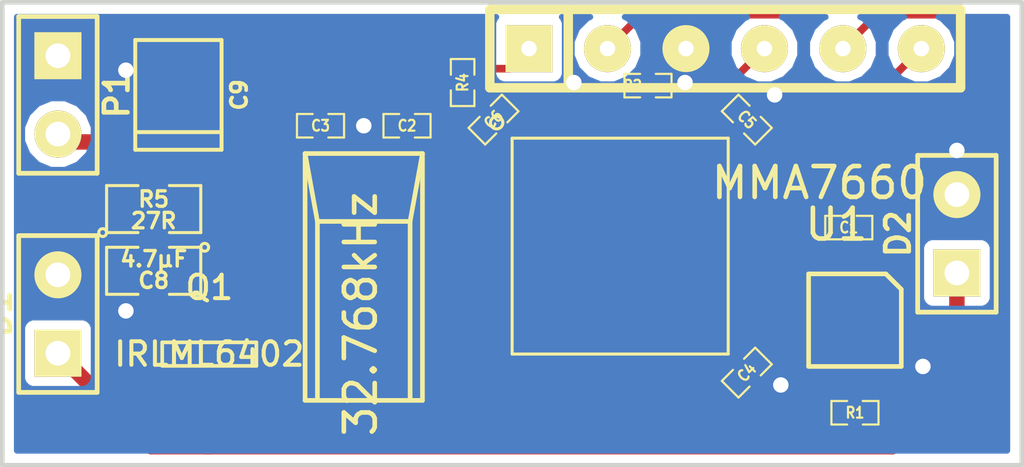
<source format=kicad_pcb>
(kicad_pcb (version 3) (host pcbnew "(2013-mar-13)-testing")

  (general
    (links 55)
    (no_connects 0)
    (area 168.2378 92.5314 202.075001 109.375)
    (thickness 1.6)
    (drawings 7)
    (tracks 204)
    (zones 0)
    (modules 20)
    (nets 44)
  )

  (page A4)
  (layers
    (15 F.Cu signal hide)
    (0 B.Cu signal)
    (16 B.Adhes user)
    (17 F.Adhes user)
    (18 B.Paste user)
    (19 F.Paste user)
    (20 B.SilkS user)
    (21 F.SilkS user hide)
    (22 B.Mask user)
    (23 F.Mask user)
    (24 Dwgs.User user)
    (25 Cmts.User user)
    (26 Eco1.User user)
    (27 Eco2.User user)
    (28 Edge.Cuts user)
  )

  (setup
    (last_trace_width 0.25)
    (user_trace_width 0.3)
    (user_trace_width 0.4)
    (user_trace_width 0.5)
    (trace_clearance 0.2)
    (zone_clearance 0.299999)
    (zone_45_only no)
    (trace_min 0.2)
    (segment_width 0.2)
    (edge_width 0.15)
    (via_size 0.9)
    (via_drill 0.5)
    (via_min_size 0.8)
    (via_min_drill 0.4)
    (uvia_size 0.508)
    (uvia_drill 0.127)
    (uvias_allowed no)
    (uvia_min_size 0.508)
    (uvia_min_drill 0.127)
    (pcb_text_width 0.3)
    (pcb_text_size 1 1)
    (mod_edge_width 0.15)
    (mod_text_size 1 1)
    (mod_text_width 0.15)
    (pad_size 1.524 1.524)
    (pad_drill 0.8)
    (pad_to_mask_clearance 0.1)
    (solder_mask_min_width 0.1)
    (aux_axis_origin 165 90)
    (visible_elements FFFFFC1F)
    (pcbplotparams
      (layerselection 12615681)
      (usegerberextensions false)
      (excludeedgelayer true)
      (linewidth 0.150000)
      (plotframeref false)
      (viasonmask true)
      (mode 1)
      (useauxorigin false)
      (hpglpennumber 1)
      (hpglpenspeed 20)
      (hpglpendiameter 15)
      (hpglpenoverlay 2)
      (psnegative false)
      (psa4output false)
      (plotreference true)
      (plotvalue true)
      (plotothertext true)
      (plotinvisibletext false)
      (padsonsilk false)
      (subtractmaskfromsilk false)
      (outputformat 1)
      (mirror false)
      (drillshape 0)
      (scaleselection 1)
      (outputdirectory export/))
  )

  (net 0 "")
  (net 1 +BATT)
  (net 2 /NRST)
  (net 3 /SENSOR_VDD)
  (net 4 /SWCLK)
  (net 5 /SWDIO)
  (net 6 /USART1_RX)
  (net 7 /USART1_TX)
  (net 8 GND)
  (net 9 N-0000010)
  (net 10 N-0000011)
  (net 11 N-0000012)
  (net 12 N-0000013)
  (net 13 N-0000014)
  (net 14 N-0000015)
  (net 15 N-0000016)
  (net 16 N-0000017)
  (net 17 N-0000018)
  (net 18 N-0000019)
  (net 19 N-0000020)
  (net 20 N-0000021)
  (net 21 N-0000022)
  (net 22 N-0000023)
  (net 23 N-0000025)
  (net 24 N-0000026)
  (net 25 N-0000027)
  (net 26 N-0000028)
  (net 27 N-0000029)
  (net 28 N-000003)
  (net 29 N-0000030)
  (net 30 N-0000031)
  (net 31 N-0000032)
  (net 32 N-0000033)
  (net 33 N-0000034)
  (net 34 N-0000035)
  (net 35 N-0000036)
  (net 36 N-0000037)
  (net 37 N-0000038)
  (net 38 N-0000039)
  (net 39 N-0000040)
  (net 40 N-0000041)
  (net 41 N-0000042)
  (net 42 N-0000043)
  (net 43 N-000009)

  (net_class Default "Tämä on oletuskytkentäverkkoluokka."
    (clearance 0.2)
    (trace_width 0.25)
    (via_dia 0.9)
    (via_drill 0.5)
    (uvia_dia 0.508)
    (uvia_drill 0.127)
    (add_net "")
    (add_net +BATT)
    (add_net /NRST)
    (add_net /SENSOR_VDD)
    (add_net /SWCLK)
    (add_net /SWDIO)
    (add_net /USART1_RX)
    (add_net /USART1_TX)
    (add_net GND)
    (add_net N-0000010)
    (add_net N-0000011)
    (add_net N-0000012)
    (add_net N-0000013)
    (add_net N-0000014)
    (add_net N-0000015)
    (add_net N-0000016)
    (add_net N-0000017)
    (add_net N-0000018)
    (add_net N-0000019)
    (add_net N-0000020)
    (add_net N-0000021)
    (add_net N-0000022)
    (add_net N-0000023)
    (add_net N-0000025)
    (add_net N-0000026)
    (add_net N-0000027)
    (add_net N-0000028)
    (add_net N-0000029)
    (add_net N-000003)
    (add_net N-0000030)
    (add_net N-0000031)
    (add_net N-0000032)
    (add_net N-0000033)
    (add_net N-0000034)
    (add_net N-0000035)
    (add_net N-0000036)
    (add_net N-0000037)
    (add_net N-0000038)
    (add_net N-0000039)
    (add_net N-0000040)
    (add_net N-0000041)
    (add_net N-0000042)
    (add_net N-0000043)
    (add_net N-000009)
  )

  (module c_tant_B (layer F.Cu) (tedit 4D5D91C5) (tstamp 526CEE4D)
    (at 174.7 97 270)
    (descr "SMT capacitor, tantalum size B")
    (path /526CF1A2)
    (fp_text reference C9 (at 0 -1.9685 270) (layer F.SilkS)
      (effects (font (size 0.50038 0.50038) (thickness 0.11938)))
    )
    (fp_text value 16µF (at 0 1.9685 270) (layer F.SilkS) hide
      (effects (font (size 0.50038 0.50038) (thickness 0.11938)))
    )
    (fp_line (start 1.2065 -1.397) (end 1.2065 1.397) (layer F.SilkS) (width 0.127))
    (fp_line (start 1.778 -1.397) (end -1.778 -1.397) (layer F.SilkS) (width 0.127))
    (fp_line (start -1.778 -1.397) (end -1.778 1.397) (layer F.SilkS) (width 0.127))
    (fp_line (start -1.778 1.397) (end 1.778 1.397) (layer F.SilkS) (width 0.127))
    (fp_line (start 1.778 1.397) (end 1.778 -1.397) (layer F.SilkS) (width 0.127))
    (pad 1 smd rect (at 1.524 0 270) (size 1.95072 2.49936)
      (layers F.Cu F.Paste F.Mask)
      (net 1 +BATT)
    )
    (pad 2 smd rect (at -1.524 0 270) (size 1.95072 2.49936)
      (layers F.Cu F.Paste F.Mask)
      (net 8 GND)
    )
    (model smd/capacitors/c_tant_B.wrl
      (at (xyz 0 0 0))
      (scale (xyz 1 1 1))
      (rotate (xyz 0 0 0))
    )
  )

  (module SOT23GDS (layer F.Cu) (tedit 50911E03) (tstamp 526CEE93)
    (at 175.7 105.4)
    (descr "Module CMS SOT23 Transistore EBC")
    (tags "CMS SOT")
    (path /526D0032)
    (attr smd)
    (fp_text reference Q1 (at 0 -2.159) (layer F.SilkS)
      (effects (font (size 0.762 0.762) (thickness 0.12954)))
    )
    (fp_text value IRLML6402 (at 0 0) (layer F.SilkS)
      (effects (font (size 0.762 0.762) (thickness 0.12954)))
    )
    (fp_line (start -1.524 -0.381) (end 1.524 -0.381) (layer F.SilkS) (width 0.11938))
    (fp_line (start 1.524 -0.381) (end 1.524 0.381) (layer F.SilkS) (width 0.11938))
    (fp_line (start 1.524 0.381) (end -1.524 0.381) (layer F.SilkS) (width 0.11938))
    (fp_line (start -1.524 0.381) (end -1.524 -0.381) (layer F.SilkS) (width 0.11938))
    (pad S smd rect (at -0.889 -1.016) (size 0.9144 0.9144)
      (layers F.Cu F.Paste F.Mask)
      (net 21 N-0000022)
    )
    (pad G smd rect (at 0.889 -1.016) (size 0.9144 0.9144)
      (layers F.Cu F.Paste F.Mask)
      (net 15 N-0000016)
    )
    (pad D smd rect (at 0 1.016) (size 0.9144 0.9144)
      (layers F.Cu F.Paste F.Mask)
      (net 20 N-0000021)
    )
    (model smd/cms_sot23.wrl
      (at (xyz 0 0 0))
      (scale (xyz 0.13 0.15 0.15))
      (rotate (xyz 0 0 0))
    )
  )

  (module SM0402_r (layer F.Cu) (tedit 5141C458) (tstamp 526CEE9F)
    (at 196.6 107.3 180)
    (path /526CE1EA)
    (attr smd)
    (fp_text reference R1 (at 0 0 180) (layer F.SilkS)
      (effects (font (size 0.35052 0.3048) (thickness 0.07112)))
    )
    (fp_text value 10k (at 0.09906 0 180) (layer F.SilkS) hide
      (effects (font (size 0.35052 0.3048) (thickness 0.07112)))
    )
    (fp_line (start -0.254 -0.381) (end -0.762 -0.381) (layer F.SilkS) (width 0.07112))
    (fp_line (start -0.762 -0.381) (end -0.762 0.381) (layer F.SilkS) (width 0.07112))
    (fp_line (start -0.762 0.381) (end -0.254 0.381) (layer F.SilkS) (width 0.07112))
    (fp_line (start 0.254 -0.381) (end 0.762 -0.381) (layer F.SilkS) (width 0.07112))
    (fp_line (start 0.762 -0.381) (end 0.762 0.381) (layer F.SilkS) (width 0.07112))
    (fp_line (start 0.762 0.381) (end 0.254 0.381) (layer F.SilkS) (width 0.07112))
    (pad 1 smd rect (at -0.44958 0 180) (size 0.39878 0.59944)
      (layers F.Cu F.Paste F.Mask)
      (net 3 /SENSOR_VDD)
    )
    (pad 2 smd rect (at 0.44958 0 180) (size 0.39878 0.59944)
      (layers F.Cu F.Paste F.Mask)
      (net 40 N-0000041)
    )
    (model smd/resistors/R0402.wrl
      (at (xyz 0 0 0))
      (scale (xyz 0.27 0.27 0.27))
      (rotate (xyz 0 0 0))
    )
  )

  (module SM0402_r (layer F.Cu) (tedit 526CEDEC) (tstamp 526CEEAB)
    (at 189.9 96.7 180)
    (path /526CEB5A)
    (attr smd)
    (fp_text reference R2 (at 0.4989 -0.0036 180) (layer F.SilkS)
      (effects (font (size 0.35052 0.3048) (thickness 0.07112)))
    )
    (fp_text value 10k (at 0.09906 0 180) (layer F.SilkS) hide
      (effects (font (size 0.35052 0.3048) (thickness 0.07112)))
    )
    (fp_line (start -0.254 -0.381) (end -0.762 -0.381) (layer F.SilkS) (width 0.07112))
    (fp_line (start -0.762 -0.381) (end -0.762 0.381) (layer F.SilkS) (width 0.07112))
    (fp_line (start -0.762 0.381) (end -0.254 0.381) (layer F.SilkS) (width 0.07112))
    (fp_line (start 0.254 -0.381) (end 0.762 -0.381) (layer F.SilkS) (width 0.07112))
    (fp_line (start 0.762 -0.381) (end 0.762 0.381) (layer F.SilkS) (width 0.07112))
    (fp_line (start 0.762 0.381) (end 0.254 0.381) (layer F.SilkS) (width 0.07112))
    (pad 1 smd rect (at -0.44958 0 180) (size 0.39878 0.59944)
      (layers F.Cu F.Paste F.Mask)
      (net 8 GND)
    )
    (pad 2 smd rect (at 0.44958 0 180) (size 0.39878 0.59944)
      (layers F.Cu F.Paste F.Mask)
      (net 28 N-000003)
    )
    (model smd/resistors/R0402.wrl
      (at (xyz 0 0 0))
      (scale (xyz 0.27 0.27 0.27))
      (rotate (xyz 0 0 0))
    )
  )

  (module SM0402_r (layer F.Cu) (tedit 5141C458) (tstamp 526CEEC3)
    (at 183.9 96.6 270)
    (path /526CEBB2)
    (attr smd)
    (fp_text reference R4 (at 0 0 270) (layer F.SilkS)
      (effects (font (size 0.35052 0.3048) (thickness 0.07112)))
    )
    (fp_text value 10k (at 0.09906 0 270) (layer F.SilkS) hide
      (effects (font (size 0.35052 0.3048) (thickness 0.07112)))
    )
    (fp_line (start -0.254 -0.381) (end -0.762 -0.381) (layer F.SilkS) (width 0.07112))
    (fp_line (start -0.762 -0.381) (end -0.762 0.381) (layer F.SilkS) (width 0.07112))
    (fp_line (start -0.762 0.381) (end -0.254 0.381) (layer F.SilkS) (width 0.07112))
    (fp_line (start 0.254 -0.381) (end 0.762 -0.381) (layer F.SilkS) (width 0.07112))
    (fp_line (start 0.762 -0.381) (end 0.762 0.381) (layer F.SilkS) (width 0.07112))
    (fp_line (start 0.762 0.381) (end 0.254 0.381) (layer F.SilkS) (width 0.07112))
    (pad 1 smd rect (at -0.44958 0 270) (size 0.39878 0.59944)
      (layers F.Cu F.Paste F.Mask)
      (net 2 /NRST)
    )
    (pad 2 smd rect (at 0.44958 0 270) (size 0.39878 0.59944)
      (layers F.Cu F.Paste F.Mask)
      (net 1 +BATT)
    )
    (model smd/resistors/R0402.wrl
      (at (xyz 0 0 0))
      (scale (xyz 0.27 0.27 0.27))
      (rotate (xyz 0 0 0))
    )
  )

  (module MMA7660 (layer F.Cu) (tedit 526CEBEC) (tstamp 526CEEE2)
    (at 198.1 102.8 180)
    (path /526CE06D)
    (fp_text reference U1 (at 2.1 1.6 180) (layer F.SilkS)
      (effects (font (size 1 1) (thickness 0.15)))
    )
    (fp_text value MMA7660 (at 2.65 2.95 180) (layer F.SilkS)
      (effects (font (size 1 1) (thickness 0.15)))
    )
    (fp_line (start 0 -3) (end 0 -0.5) (layer F.SilkS) (width 0.15))
    (fp_line (start 0 -0.5) (end 0.5 0) (layer F.SilkS) (width 0.15))
    (fp_line (start 0.5 0) (end 3 0) (layer F.SilkS) (width 0.15))
    (fp_line (start 3 0) (end 3 -3) (layer F.SilkS) (width 0.15))
    (fp_line (start 3 -3) (end 0 -3) (layer F.SilkS) (width 0.15))
    (pad 1 smd rect (at 0.5 0 180) (size 0.3 1.5)
      (layers F.Cu F.Paste F.Mask)
      (net 8 GND)
    )
    (pad 2 smd rect (at 1 0 180) (size 0.3 1.5)
      (layers F.Cu F.Paste F.Mask)
    )
    (pad 3 smd rect (at 1.5 0 180) (size 0.3 1.5)
      (layers F.Cu F.Paste F.Mask)
      (net 3 /SENSOR_VDD)
    )
    (pad 4 smd rect (at 2 0 180) (size 0.3 1.5)
      (layers F.Cu F.Paste F.Mask)
      (net 8 GND)
    )
    (pad 5 smd rect (at 2.5 0 180) (size 0.3 1.5)
      (layers F.Cu F.Paste F.Mask)
      (net 17 N-0000018)
    )
    (pad 6 smd rect (at 2.5 -3 180) (size 0.3 1.5)
      (layers F.Cu F.Paste F.Mask)
      (net 39 N-0000040)
    )
    (pad 7 smd rect (at 2 -3 180) (size 0.3 1.5)
      (layers F.Cu F.Paste F.Mask)
      (net 40 N-0000041)
    )
    (pad 8 smd rect (at 1.5 -3 180) (size 0.3 1.5)
      (layers F.Cu F.Paste F.Mask)
      (net 8 GND)
    )
    (pad 9 smd rect (at 1 -3 180) (size 0.3 1.5)
      (layers F.Cu F.Paste F.Mask)
      (net 3 /SENSOR_VDD)
    )
    (pad 10 smd rect (at 0.5 -3 180) (size 0.3 1.5)
      (layers F.Cu F.Paste F.Mask)
      (net 8 GND)
    )
  )

  (module LQFP48 (layer F.Cu) (tedit 4C433D64) (tstamp 526CEF1B)
    (at 189 101.9)
    (path /526CDE6D)
    (attr smd)
    (fp_text reference U2 (at 0 -0.381) (layer Cmts.User)
      (effects (font (size 0.508 0.508) (thickness 0.1016)))
    )
    (fp_text value STM32L151C8 (at 0 0.381) (layer Cmts.User) hide
      (effects (font (size 0.508 0.508) (thickness 0.1016)))
    )
    (fp_circle (center -3.99796 -3.99796) (end -3.99796 -4.19862) (layer F.SilkS) (width 0.09906))
    (fp_line (start -3.49758 -3.49758) (end -3.49758 3.49758) (layer F.SilkS) (width 0.09906))
    (fp_line (start -3.49758 3.49758) (end 3.49758 3.49758) (layer F.SilkS) (width 0.09906))
    (fp_line (start 3.49758 3.49758) (end 3.49758 -3.49758) (layer F.SilkS) (width 0.09906))
    (fp_line (start 3.49758 -3.49758) (end -3.49758 -3.49758) (layer F.SilkS) (width 0.09906))
    (pad 12 smd rect (at -4.09702 2.74828) (size 0.8001 0.24892)
      (layers F.Cu F.Paste F.Mask)
      (net 19 N-0000020)
    )
    (pad 11 smd rect (at -4.09702 2.2479) (size 0.8001 0.25146)
      (layers F.Cu F.Paste F.Mask)
      (net 38 N-0000039)
    )
    (pad 10 smd rect (at -4.09702 1.74752) (size 0.8001 0.25146)
      (layers F.Cu F.Paste F.Mask)
      (net 37 N-0000038)
    )
    (pad 9 smd rect (at -4.09702 1.24714) (size 0.8001 0.25146)
      (layers F.Cu F.Paste F.Mask)
      (net 1 +BATT)
    )
    (pad 8 smd rect (at -4.09702 0.7493) (size 0.8001 0.24892)
      (layers F.Cu F.Paste F.Mask)
      (net 8 GND)
    )
    (pad 7 smd rect (at -4.09702 0.24892) (size 0.8001 0.24892)
      (layers F.Cu F.Paste F.Mask)
      (net 2 /NRST)
    )
    (pad 6 smd rect (at -4.09702 -0.24892) (size 0.8001 0.24892)
      (layers F.Cu F.Paste F.Mask)
      (net 22 N-0000023)
    )
    (pad 5 smd rect (at -4.09702 -0.7493) (size 0.8001 0.24892)
      (layers F.Cu F.Paste F.Mask)
      (net 23 N-0000025)
    )
    (pad 4 smd rect (at -4.09702 -1.24714) (size 0.8001 0.25146)
      (layers F.Cu F.Paste F.Mask)
      (net 41 N-0000042)
    )
    (pad 3 smd rect (at -4.09702 -1.74752) (size 0.8001 0.25146)
      (layers F.Cu F.Paste F.Mask)
      (net 42 N-0000043)
    )
    (pad 2 smd rect (at -4.09702 -2.2479) (size 0.8001 0.25146)
      (layers F.Cu F.Paste F.Mask)
      (net 24 N-0000026)
    )
    (pad 1 smd rect (at -4.09702 -2.74828) (size 0.8001 0.24892)
      (layers F.Cu F.Paste F.Mask)
      (net 1 +BATT)
    )
    (pad 48 smd rect (at -2.74828 -4.09702) (size 0.24892 0.8001)
      (layers F.Cu F.Paste F.Mask)
      (net 1 +BATT)
    )
    (pad 47 smd rect (at -2.2479 -4.09702) (size 0.25146 0.8001)
      (layers F.Cu F.Paste F.Mask)
      (net 8 GND)
    )
    (pad 46 smd rect (at -1.74752 -4.09702) (size 0.25146 0.8001)
      (layers F.Cu F.Paste F.Mask)
      (net 35 N-0000036)
    )
    (pad 45 smd rect (at -1.24714 -4.09702) (size 0.25146 0.8001)
      (layers F.Cu F.Paste F.Mask)
      (net 34 N-0000035)
    )
    (pad 44 smd rect (at -0.7493 -4.09702) (size 0.24892 0.8001)
      (layers F.Cu F.Paste F.Mask)
      (net 28 N-000003)
    )
    (pad 43 smd rect (at -0.24892 -4.09702) (size 0.24892 0.8001)
      (layers F.Cu F.Paste F.Mask)
      (net 33 N-0000034)
    )
    (pad 42 smd rect (at 0.24892 -4.09702) (size 0.24892 0.8001)
      (layers F.Cu F.Paste F.Mask)
      (net 32 N-0000033)
    )
    (pad 41 smd rect (at 0.7493 -4.09702) (size 0.24892 0.8001)
      (layers F.Cu F.Paste F.Mask)
      (net 31 N-0000032)
    )
    (pad 40 smd rect (at 1.24714 -4.09702) (size 0.25146 0.8001)
      (layers F.Cu F.Paste F.Mask)
      (net 30 N-0000031)
    )
    (pad 39 smd rect (at 1.74752 -4.09702) (size 0.25146 0.8001)
      (layers F.Cu F.Paste F.Mask)
      (net 29 N-0000030)
    )
    (pad 38 smd rect (at 2.2479 -4.09702) (size 0.25146 0.8001)
      (layers F.Cu F.Paste F.Mask)
      (net 16 N-0000017)
    )
    (pad 37 smd rect (at 2.74828 -4.09702) (size 0.24892 0.8001)
      (layers F.Cu F.Paste F.Mask)
      (net 4 /SWCLK)
    )
    (pad 25 smd rect (at 4.09702 2.74828) (size 0.8001 0.24892)
      (layers F.Cu F.Paste F.Mask)
      (net 18 N-0000019)
    )
    (pad 26 smd rect (at 4.09702 2.2479) (size 0.8001 0.25146)
      (layers F.Cu F.Paste F.Mask)
      (net 36 N-0000037)
    )
    (pad 27 smd rect (at 4.09702 1.74752) (size 0.8001 0.25146)
      (layers F.Cu F.Paste F.Mask)
      (net 17 N-0000018)
    )
    (pad 28 smd rect (at 4.09702 1.24714) (size 0.8001 0.25146)
      (layers F.Cu F.Paste F.Mask)
      (net 3 /SENSOR_VDD)
    )
    (pad 29 smd rect (at 4.09702 0.7493) (size 0.8001 0.24892)
      (layers F.Cu F.Paste F.Mask)
      (net 12 N-0000013)
    )
    (pad 30 smd rect (at 4.09702 0.24892) (size 0.8001 0.24892)
      (layers F.Cu F.Paste F.Mask)
      (net 7 /USART1_TX)
    )
    (pad 31 smd rect (at 4.09702 -0.24892) (size 0.8001 0.24892)
      (layers F.Cu F.Paste F.Mask)
      (net 6 /USART1_RX)
    )
    (pad 32 smd rect (at 4.09702 -0.7493) (size 0.8001 0.24892)
      (layers F.Cu F.Paste F.Mask)
      (net 13 N-0000014)
    )
    (pad 33 smd rect (at 4.09702 -1.24714) (size 0.8001 0.25146)
      (layers F.Cu F.Paste F.Mask)
      (net 14 N-0000015)
    )
    (pad 34 smd rect (at 4.09702 -1.74752) (size 0.8001 0.25146)
      (layers F.Cu F.Paste F.Mask)
      (net 5 /SWDIO)
    )
    (pad 35 smd rect (at 4.09702 -2.2479) (size 0.8001 0.25146)
      (layers F.Cu F.Paste F.Mask)
      (net 8 GND)
    )
    (pad 36 smd rect (at 4.09702 -2.74828) (size 0.8001 0.24892)
      (layers F.Cu F.Paste F.Mask)
      (net 1 +BATT)
    )
    (pad 13 smd rect (at -2.74828 4.09702) (size 0.24892 0.8001)
      (layers F.Cu F.Paste F.Mask)
      (net 15 N-0000016)
    )
    (pad 14 smd rect (at -2.2479 4.09702) (size 0.25146 0.8001)
      (layers F.Cu F.Paste F.Mask)
      (net 43 N-000009)
    )
    (pad 15 smd rect (at -1.74752 4.09702) (size 0.25146 0.8001)
      (layers F.Cu F.Paste F.Mask)
      (net 9 N-0000010)
    )
    (pad 16 smd rect (at -1.24714 4.09702) (size 0.25146 0.8001)
      (layers F.Cu F.Paste F.Mask)
      (net 10 N-0000011)
    )
    (pad 17 smd rect (at -0.7493 4.09702) (size 0.24892 0.8001)
      (layers F.Cu F.Paste F.Mask)
      (net 11 N-0000012)
    )
    (pad 18 smd rect (at -0.24892 4.09702) (size 0.24892 0.8001)
      (layers F.Cu F.Paste F.Mask)
      (net 25 N-0000027)
    )
    (pad 19 smd rect (at 0.24892 4.09702) (size 0.24892 0.8001)
      (layers F.Cu F.Paste F.Mask)
      (net 26 N-0000028)
    )
    (pad 20 smd rect (at 0.7493 4.09702) (size 0.24892 0.8001)
      (layers F.Cu F.Paste F.Mask)
      (net 27 N-0000029)
    )
    (pad 21 smd rect (at 1.24714 4.09702) (size 0.25146 0.8001)
      (layers F.Cu F.Paste F.Mask)
      (net 39 N-0000040)
    )
    (pad 22 smd rect (at 1.74752 4.09702) (size 0.25146 0.8001)
      (layers F.Cu F.Paste F.Mask)
      (net 40 N-0000041)
    )
    (pad 23 smd rect (at 2.2479 4.09702) (size 0.25146 0.8001)
      (layers F.Cu F.Paste F.Mask)
      (net 8 GND)
    )
    (pad 24 smd rect (at 2.74828 4.09702) (size 0.24892 0.8001)
      (layers F.Cu F.Paste F.Mask)
      (net 1 +BATT)
    )
  )

  (module ABS25 (layer F.Cu) (tedit 514F4713) (tstamp 526CEF2C)
    (at 178.8 98.9 270)
    (path /526CE366)
    (fp_text reference X1 (at 9 -1.9 360) (layer F.SilkS) hide
      (effects (font (size 1 1) (thickness 0.15)))
    )
    (fp_text value 32.768kHz (at 5.2 -1.8 270) (layer F.SilkS)
      (effects (font (size 1 1) (thickness 0.15)))
    )
    (fp_line (start 2.2 -0.4) (end 8 -0.4) (layer F.SilkS) (width 0.15))
    (fp_line (start 2.2 -3.4) (end 8 -3.4) (layer F.SilkS) (width 0.15))
    (fp_line (start 0 -3.8) (end 2.2 -3.4) (layer F.SilkS) (width 0.15))
    (fp_line (start 2.2 -3.4) (end 2.2 -0.4) (layer F.SilkS) (width 0.15))
    (fp_line (start 2.2 -0.4) (end 0 0) (layer F.SilkS) (width 0.15))
    (fp_line (start 0 0) (end 8 0) (layer F.SilkS) (width 0.15))
    (fp_line (start 8 0) (end 8 -3.8) (layer F.SilkS) (width 0.15))
    (fp_line (start 8 -3.8) (end 0 -3.8) (layer F.SilkS) (width 0.15))
    (fp_line (start 0 -3.8) (end 0 0) (layer F.SilkS) (width 0.15))
    (pad 1 smd rect (at 1.3 0 270) (size 2 2)
      (layers F.Cu F.Paste F.Mask)
      (net 41 N-0000042)
    )
    (pad 2 smd rect (at 1.3 -3.8 270) (size 2 2)
      (layers F.Cu F.Paste F.Mask)
      (net 42 N-0000043)
    )
    (pad M1 smd rect (at 6.8 -3.8 270) (size 2 2)
      (layers F.Cu F.Paste F.Mask)
    )
    (pad M2 smd rect (at 6.8 0 270) (size 2 2)
      (layers F.Cu F.Paste F.Mask)
    )
  )

  (module PIN_ARRAY_2X1 (layer F.Cu) (tedit 526CFF2D) (tstamp 526CF068)
    (at 170.8 97 270)
    (descr "Connecteurs 2 pins")
    (tags "CONN DEV")
    (path /526CF109)
    (fp_text reference P1 (at 0 -1.905 270) (layer F.SilkS)
      (effects (font (size 0.762 0.762) (thickness 0.1524)))
    )
    (fp_text value POWER (at 0 -1.905 270) (layer F.SilkS) hide
      (effects (font (size 0.762 0.762) (thickness 0.1524)))
    )
    (fp_line (start -2.54 1.27) (end -2.54 -1.27) (layer F.SilkS) (width 0.1524))
    (fp_line (start -2.54 -1.27) (end 2.54 -1.27) (layer F.SilkS) (width 0.1524))
    (fp_line (start 2.54 -1.27) (end 2.54 1.27) (layer F.SilkS) (width 0.1524))
    (fp_line (start 2.54 1.27) (end -2.54 1.27) (layer F.SilkS) (width 0.1524))
    (pad 1 thru_hole rect (at -1.27 0 270) (size 1.524 1.524) (drill 0.8)
      (layers *.Cu *.Mask F.SilkS)
      (net 8 GND)
    )
    (pad 2 thru_hole circle (at 1.27 0 270) (size 1.524 1.524) (drill 0.8)
      (layers *.Cu *.Mask F.SilkS)
      (net 1 +BATT)
    )
    (model pin_array/pins_array_2x1.wrl
      (at (xyz 0 0 0))
      (scale (xyz 1 1 1))
      (rotate (xyz 0 0 0))
    )
  )

  (module PIN_ARRAY-6X1 (layer F.Cu) (tedit 526D01D5) (tstamp 526CF077)
    (at 192.4 95.5)
    (descr "Connecteur 6 pins")
    (tags "CONN DEV")
    (path /526CE7E1)
    (fp_text reference P2 (at 0 -2.159) (layer F.SilkS)
      (effects (font (size 1.016 1.016) (thickness 0.2032)))
    )
    (fp_text value DEBUG (at 0 2.159) (layer F.SilkS) hide
      (effects (font (size 1.016 0.889) (thickness 0.2032)))
    )
    (fp_line (start -7.62 1.27) (end -7.62 -1.27) (layer F.SilkS) (width 0.3048))
    (fp_line (start -7.62 -1.27) (end 7.62 -1.27) (layer F.SilkS) (width 0.3048))
    (fp_line (start 7.62 -1.27) (end 7.62 1.27) (layer F.SilkS) (width 0.3048))
    (fp_line (start 7.62 1.27) (end -7.62 1.27) (layer F.SilkS) (width 0.3048))
    (fp_line (start -5.08 1.27) (end -5.08 -1.27) (layer F.SilkS) (width 0.3048))
    (pad 1 thru_hole rect (at -6.35 0) (size 1.524 1.524) (drill 0.5)
      (layers *.Cu *.Mask F.SilkS)
      (net 2 /NRST)
    )
    (pad 2 thru_hole circle (at -3.81 0) (size 1.524 1.524) (drill 0.5)
      (layers *.Cu *.Mask F.SilkS)
      (net 5 /SWDIO)
    )
    (pad 3 thru_hole circle (at -1.27 0) (size 1.524 1.524) (drill 0.5)
      (layers *.Cu *.Mask F.SilkS)
      (net 8 GND)
    )
    (pad 4 thru_hole circle (at 1.27 0) (size 1.524 1.524) (drill 0.5)
      (layers *.Cu *.Mask F.SilkS)
      (net 4 /SWCLK)
    )
    (pad 5 thru_hole circle (at 3.81 0) (size 1.524 1.524) (drill 0.5)
      (layers *.Cu *.Mask F.SilkS)
      (net 7 /USART1_TX)
    )
    (pad 6 thru_hole circle (at 6.35 0) (size 1.524 1.524) (drill 0.5)
      (layers *.Cu *.Mask F.SilkS)
      (net 6 /USART1_RX)
    )
    (model pin_array/pins_array_6x1.wrl
      (at (xyz 0 0 0))
      (scale (xyz 1 1 1))
      (rotate (xyz 0 0 0))
    )
  )

  (module SM0805 (layer F.Cu) (tedit 5091495C) (tstamp 526CF3C1)
    (at 173.9 100.7)
    (path /526CECB1)
    (attr smd)
    (fp_text reference R5 (at 0 -0.3175) (layer F.SilkS)
      (effects (font (size 0.50038 0.50038) (thickness 0.10922)))
    )
    (fp_text value 27R (at 0 0.381) (layer F.SilkS)
      (effects (font (size 0.50038 0.50038) (thickness 0.10922)))
    )
    (fp_circle (center -1.651 0.762) (end -1.651 0.635) (layer F.SilkS) (width 0.09906))
    (fp_line (start -0.508 0.762) (end -1.524 0.762) (layer F.SilkS) (width 0.09906))
    (fp_line (start -1.524 0.762) (end -1.524 -0.762) (layer F.SilkS) (width 0.09906))
    (fp_line (start -1.524 -0.762) (end -0.508 -0.762) (layer F.SilkS) (width 0.09906))
    (fp_line (start 0.508 -0.762) (end 1.524 -0.762) (layer F.SilkS) (width 0.09906))
    (fp_line (start 1.524 -0.762) (end 1.524 0.762) (layer F.SilkS) (width 0.09906))
    (fp_line (start 1.524 0.762) (end 0.508 0.762) (layer F.SilkS) (width 0.09906))
    (pad 1 smd rect (at -0.9525 0) (size 0.889 1.397)
      (layers F.Cu F.Paste F.Mask)
      (net 1 +BATT)
    )
    (pad 2 smd rect (at 0.9525 0) (size 0.889 1.397)
      (layers F.Cu F.Paste F.Mask)
      (net 21 N-0000022)
    )
    (model smd/chip_cms.wrl
      (at (xyz 0 0 0))
      (scale (xyz 0.1 0.1 0.1))
      (rotate (xyz 0 0 0))
    )
  )

  (module SM0402_c (layer F.Cu) (tedit 516FD0AE) (tstamp 526CF551)
    (at 196.4 101.3 180)
    (path /526CE2C8)
    (attr smd)
    (fp_text reference C1 (at 0 0 180) (layer F.SilkS)
      (effects (font (size 0.35052 0.3048) (thickness 0.07112)))
    )
    (fp_text value 100nF (at 0.09906 0 180) (layer F.SilkS) hide
      (effects (font (size 0.35052 0.3048) (thickness 0.07112)))
    )
    (fp_line (start -0.254 -0.381) (end -0.762 -0.381) (layer F.SilkS) (width 0.07112))
    (fp_line (start -0.762 -0.381) (end -0.762 0.381) (layer F.SilkS) (width 0.07112))
    (fp_line (start -0.762 0.381) (end -0.254 0.381) (layer F.SilkS) (width 0.07112))
    (fp_line (start 0.254 -0.381) (end 0.762 -0.381) (layer F.SilkS) (width 0.07112))
    (fp_line (start 0.762 -0.381) (end 0.762 0.381) (layer F.SilkS) (width 0.07112))
    (fp_line (start 0.762 0.381) (end 0.254 0.381) (layer F.SilkS) (width 0.07112))
    (pad 1 smd rect (at -0.44958 0 180) (size 0.39878 0.59944)
      (layers F.Cu F.Paste F.Mask)
      (net 3 /SENSOR_VDD)
    )
    (pad 2 smd rect (at 0.44958 0 180) (size 0.39878 0.59944)
      (layers F.Cu F.Paste F.Mask)
      (net 8 GND)
    )
    (model smd/capacitors/C0402.wrl
      (at (xyz 0 0 0))
      (scale (xyz 0.27 0.27 0.27))
      (rotate (xyz 0 0 0))
    )
  )

  (module SM0402_c (layer F.Cu) (tedit 516FD0AE) (tstamp 526CF55D)
    (at 182.1 98 180)
    (path /526CE387)
    (attr smd)
    (fp_text reference C2 (at 0 0 180) (layer F.SilkS)
      (effects (font (size 0.35052 0.3048) (thickness 0.07112)))
    )
    (fp_text value 7pF (at 0.09906 0 180) (layer F.SilkS) hide
      (effects (font (size 0.35052 0.3048) (thickness 0.07112)))
    )
    (fp_line (start -0.254 -0.381) (end -0.762 -0.381) (layer F.SilkS) (width 0.07112))
    (fp_line (start -0.762 -0.381) (end -0.762 0.381) (layer F.SilkS) (width 0.07112))
    (fp_line (start -0.762 0.381) (end -0.254 0.381) (layer F.SilkS) (width 0.07112))
    (fp_line (start 0.254 -0.381) (end 0.762 -0.381) (layer F.SilkS) (width 0.07112))
    (fp_line (start 0.762 -0.381) (end 0.762 0.381) (layer F.SilkS) (width 0.07112))
    (fp_line (start 0.762 0.381) (end 0.254 0.381) (layer F.SilkS) (width 0.07112))
    (pad 1 smd rect (at -0.44958 0 180) (size 0.39878 0.59944)
      (layers F.Cu F.Paste F.Mask)
      (net 42 N-0000043)
    )
    (pad 2 smd rect (at 0.44958 0 180) (size 0.39878 0.59944)
      (layers F.Cu F.Paste F.Mask)
      (net 8 GND)
    )
    (model smd/capacitors/C0402.wrl
      (at (xyz 0 0 0))
      (scale (xyz 0.27 0.27 0.27))
      (rotate (xyz 0 0 0))
    )
  )

  (module SM0402_c (layer F.Cu) (tedit 516FD0AE) (tstamp 526CF569)
    (at 179.3 98)
    (path /526CE37A)
    (attr smd)
    (fp_text reference C3 (at 0 0) (layer F.SilkS)
      (effects (font (size 0.35052 0.3048) (thickness 0.07112)))
    )
    (fp_text value 7pF (at 0.09906 0) (layer F.SilkS) hide
      (effects (font (size 0.35052 0.3048) (thickness 0.07112)))
    )
    (fp_line (start -0.254 -0.381) (end -0.762 -0.381) (layer F.SilkS) (width 0.07112))
    (fp_line (start -0.762 -0.381) (end -0.762 0.381) (layer F.SilkS) (width 0.07112))
    (fp_line (start -0.762 0.381) (end -0.254 0.381) (layer F.SilkS) (width 0.07112))
    (fp_line (start 0.254 -0.381) (end 0.762 -0.381) (layer F.SilkS) (width 0.07112))
    (fp_line (start 0.762 -0.381) (end 0.762 0.381) (layer F.SilkS) (width 0.07112))
    (fp_line (start 0.762 0.381) (end 0.254 0.381) (layer F.SilkS) (width 0.07112))
    (pad 1 smd rect (at -0.44958 0) (size 0.39878 0.59944)
      (layers F.Cu F.Paste F.Mask)
      (net 41 N-0000042)
    )
    (pad 2 smd rect (at 0.44958 0) (size 0.39878 0.59944)
      (layers F.Cu F.Paste F.Mask)
      (net 8 GND)
    )
    (model smd/capacitors/C0402.wrl
      (at (xyz 0 0 0))
      (scale (xyz 0.27 0.27 0.27))
      (rotate (xyz 0 0 0))
    )
  )

  (module SM0402_c (layer F.Cu) (tedit 516FD0AE) (tstamp 526CF575)
    (at 193.1 106 225)
    (path /526CE581)
    (attr smd)
    (fp_text reference C4 (at 0 0 225) (layer F.SilkS)
      (effects (font (size 0.35052 0.3048) (thickness 0.07112)))
    )
    (fp_text value 100nF (at 0.09906 0 225) (layer F.SilkS) hide
      (effects (font (size 0.35052 0.3048) (thickness 0.07112)))
    )
    (fp_line (start -0.254 -0.381) (end -0.762 -0.381) (layer F.SilkS) (width 0.07112))
    (fp_line (start -0.762 -0.381) (end -0.762 0.381) (layer F.SilkS) (width 0.07112))
    (fp_line (start -0.762 0.381) (end -0.254 0.381) (layer F.SilkS) (width 0.07112))
    (fp_line (start 0.254 -0.381) (end 0.762 -0.381) (layer F.SilkS) (width 0.07112))
    (fp_line (start 0.762 -0.381) (end 0.762 0.381) (layer F.SilkS) (width 0.07112))
    (fp_line (start 0.762 0.381) (end 0.254 0.381) (layer F.SilkS) (width 0.07112))
    (pad 1 smd rect (at -0.44958 0 225) (size 0.39878 0.59944)
      (layers F.Cu F.Paste F.Mask)
      (net 1 +BATT)
    )
    (pad 2 smd rect (at 0.44958 0 225) (size 0.39878 0.59944)
      (layers F.Cu F.Paste F.Mask)
      (net 8 GND)
    )
    (model smd/capacitors/C0402.wrl
      (at (xyz 0 0 0))
      (scale (xyz 0.27 0.27 0.27))
      (rotate (xyz 0 0 0))
    )
  )

  (module SM0402_c (layer F.Cu) (tedit 516FD0AE) (tstamp 526CF581)
    (at 193.1 97.8 315)
    (path /526CE57B)
    (attr smd)
    (fp_text reference C5 (at 0 0 315) (layer F.SilkS)
      (effects (font (size 0.35052 0.3048) (thickness 0.07112)))
    )
    (fp_text value 100nF (at 0.09906 0 315) (layer F.SilkS) hide
      (effects (font (size 0.35052 0.3048) (thickness 0.07112)))
    )
    (fp_line (start -0.254 -0.381) (end -0.762 -0.381) (layer F.SilkS) (width 0.07112))
    (fp_line (start -0.762 -0.381) (end -0.762 0.381) (layer F.SilkS) (width 0.07112))
    (fp_line (start -0.762 0.381) (end -0.254 0.381) (layer F.SilkS) (width 0.07112))
    (fp_line (start 0.254 -0.381) (end 0.762 -0.381) (layer F.SilkS) (width 0.07112))
    (fp_line (start 0.762 -0.381) (end 0.762 0.381) (layer F.SilkS) (width 0.07112))
    (fp_line (start 0.762 0.381) (end 0.254 0.381) (layer F.SilkS) (width 0.07112))
    (pad 1 smd rect (at -0.44958 0 315) (size 0.39878 0.59944)
      (layers F.Cu F.Paste F.Mask)
      (net 1 +BATT)
    )
    (pad 2 smd rect (at 0.44958 0 315) (size 0.39878 0.59944)
      (layers F.Cu F.Paste F.Mask)
      (net 8 GND)
    )
    (model smd/capacitors/C0402.wrl
      (at (xyz 0 0 0))
      (scale (xyz 0.27 0.27 0.27))
      (rotate (xyz 0 0 0))
    )
  )

  (module SM0402_c (layer F.Cu) (tedit 516FD0AE) (tstamp 526CF58D)
    (at 184.9 97.8 45)
    (path /526CE575)
    (attr smd)
    (fp_text reference C6 (at 0 0 45) (layer F.SilkS)
      (effects (font (size 0.35052 0.3048) (thickness 0.07112)))
    )
    (fp_text value 100nF (at 0.09906 0 45) (layer F.SilkS) hide
      (effects (font (size 0.35052 0.3048) (thickness 0.07112)))
    )
    (fp_line (start -0.254 -0.381) (end -0.762 -0.381) (layer F.SilkS) (width 0.07112))
    (fp_line (start -0.762 -0.381) (end -0.762 0.381) (layer F.SilkS) (width 0.07112))
    (fp_line (start -0.762 0.381) (end -0.254 0.381) (layer F.SilkS) (width 0.07112))
    (fp_line (start 0.254 -0.381) (end 0.762 -0.381) (layer F.SilkS) (width 0.07112))
    (fp_line (start 0.762 -0.381) (end 0.762 0.381) (layer F.SilkS) (width 0.07112))
    (fp_line (start 0.762 0.381) (end 0.254 0.381) (layer F.SilkS) (width 0.07112))
    (pad 1 smd rect (at -0.44958 0 45) (size 0.39878 0.59944)
      (layers F.Cu F.Paste F.Mask)
      (net 1 +BATT)
    )
    (pad 2 smd rect (at 0.44958 0 45) (size 0.39878 0.59944)
      (layers F.Cu F.Paste F.Mask)
      (net 8 GND)
    )
    (model smd/capacitors/C0402.wrl
      (at (xyz 0 0 0))
      (scale (xyz 0.27 0.27 0.27))
      (rotate (xyz 0 0 0))
    )
  )

  (module SM0805 (layer F.Cu) (tedit 5091495C) (tstamp 526CF5A6)
    (at 173.9 102.7 180)
    (path /526CEDE9)
    (attr smd)
    (fp_text reference C8 (at 0 -0.3175 180) (layer F.SilkS)
      (effects (font (size 0.50038 0.50038) (thickness 0.10922)))
    )
    (fp_text value 4.7µF (at 0 0.381 180) (layer F.SilkS)
      (effects (font (size 0.50038 0.50038) (thickness 0.10922)))
    )
    (fp_circle (center -1.651 0.762) (end -1.651 0.635) (layer F.SilkS) (width 0.09906))
    (fp_line (start -0.508 0.762) (end -1.524 0.762) (layer F.SilkS) (width 0.09906))
    (fp_line (start -1.524 0.762) (end -1.524 -0.762) (layer F.SilkS) (width 0.09906))
    (fp_line (start -1.524 -0.762) (end -0.508 -0.762) (layer F.SilkS) (width 0.09906))
    (fp_line (start 0.508 -0.762) (end 1.524 -0.762) (layer F.SilkS) (width 0.09906))
    (fp_line (start 1.524 -0.762) (end 1.524 0.762) (layer F.SilkS) (width 0.09906))
    (fp_line (start 1.524 0.762) (end 0.508 0.762) (layer F.SilkS) (width 0.09906))
    (pad 1 smd rect (at -0.9525 0 180) (size 0.889 1.397)
      (layers F.Cu F.Paste F.Mask)
      (net 21 N-0000022)
    )
    (pad 2 smd rect (at 0.9525 0 180) (size 0.889 1.397)
      (layers F.Cu F.Paste F.Mask)
      (net 8 GND)
    )
    (model smd/chip_cms.wrl
      (at (xyz 0 0 0))
      (scale (xyz 0.1 0.1 0.1))
      (rotate (xyz 0 0 0))
    )
  )

  (module PIN_ARRAY_2X1 (layer F.Cu) (tedit 526CFF39) (tstamp 526D0050)
    (at 170.8 104.1 90)
    (descr "Connecteurs 2 pins")
    (tags "CONN DEV")
    (path /526CECA9)
    (fp_text reference D1 (at 0 -1.905 90) (layer F.SilkS)
      (effects (font (size 0.762 0.762) (thickness 0.1524)))
    )
    (fp_text value LED (at 0 -1.905 90) (layer F.SilkS) hide
      (effects (font (size 0.762 0.762) (thickness 0.1524)))
    )
    (fp_line (start -2.54 1.27) (end -2.54 -1.27) (layer F.SilkS) (width 0.1524))
    (fp_line (start -2.54 -1.27) (end 2.54 -1.27) (layer F.SilkS) (width 0.1524))
    (fp_line (start 2.54 -1.27) (end 2.54 1.27) (layer F.SilkS) (width 0.1524))
    (fp_line (start 2.54 1.27) (end -2.54 1.27) (layer F.SilkS) (width 0.1524))
    (pad 1 thru_hole rect (at -1.27 0 90) (size 1.524 1.524) (drill 0.8)
      (layers *.Cu *.Mask F.SilkS)
      (net 20 N-0000021)
    )
    (pad 2 thru_hole circle (at 1.27 0 90) (size 1.524 1.524) (drill 0.8)
      (layers *.Cu *.Mask F.SilkS)
      (net 8 GND)
    )
    (model pin_array/pins_array_2x1.wrl
      (at (xyz 0 0 0))
      (scale (xyz 1 1 1))
      (rotate (xyz 0 0 0))
    )
  )

  (module PIN_ARRAY_2X1 (layer F.Cu) (tedit 526D01E3) (tstamp 526D005A)
    (at 199.9 101.5 90)
    (descr "Connecteurs 2 pins")
    (tags "CONN DEV")
    (path /526CEC9C)
    (fp_text reference D2 (at 0 -1.905 90) (layer F.SilkS)
      (effects (font (size 0.762 0.762) (thickness 0.1524)))
    )
    (fp_text value LED (at 0 -1.905 90) (layer F.SilkS) hide
      (effects (font (size 0.762 0.762) (thickness 0.1524)))
    )
    (fp_line (start -2.54 1.27) (end -2.54 -1.27) (layer F.SilkS) (width 0.1524))
    (fp_line (start -2.54 -1.27) (end 2.54 -1.27) (layer F.SilkS) (width 0.1524))
    (fp_line (start 2.54 -1.27) (end 2.54 1.27) (layer F.SilkS) (width 0.1524))
    (fp_line (start 2.54 1.27) (end -2.54 1.27) (layer F.SilkS) (width 0.1524))
    (pad 1 thru_hole rect (at -1.27 0 90) (size 1.524 1.524) (drill 0.8)
      (layers *.Cu *.Mask F.SilkS)
      (net 20 N-0000021)
    )
    (pad 2 thru_hole circle (at 1.27 0 90) (size 1.524 1.524) (drill 0.8)
      (layers *.Cu *.Mask F.SilkS)
      (net 8 GND)
    )
    (model pin_array/pins_array_2x1.wrl
      (at (xyz 0 0 0))
      (scale (xyz 1 1 1))
      (rotate (xyz 0 0 0))
    )
  )

  (gr_text JPA (at 184.7 107.4) (layer F.Cu)
    (effects (font (size 1 1) (thickness 0.25)))
  )
  (gr_text 2013 (at 188.1 107.4) (layer F.Cu)
    (effects (font (size 1 1) (thickness 0.25)))
  )
  (gr_text DOGLIGHT (at 180 95.1) (layer F.Cu)
    (effects (font (size 1 1) (thickness 0.25)))
  )
  (gr_line (start 202 109) (end 169 109) (angle 90) (layer Edge.Cuts) (width 0.15))
  (gr_line (start 202 94) (end 202 109) (angle 90) (layer Edge.Cuts) (width 0.15))
  (gr_line (start 169 94) (end 202 94) (angle 90) (layer Edge.Cuts) (width 0.15))
  (gr_line (start 169 109) (end 169 94) (angle 90) (layer Edge.Cuts) (width 0.15))

  (segment (start 172.9475 100.7) (end 172.9475 98.524) (width 0.5) (layer F.Cu) (net 1))
  (segment (start 172.9 98.5) (end 172.9 98.524) (width 0.5) (layer F.Cu) (net 1) (tstamp 526D01ED))
  (segment (start 172.9235 98.5) (end 172.9 98.5) (width 0.5) (layer F.Cu) (net 1) (tstamp 526D01EC))
  (segment (start 172.9475 98.524) (end 172.9235 98.5) (width 0.5) (layer F.Cu) (net 1) (tstamp 526D01EB))
  (segment (start 174.7 98.524) (end 172.9 98.524) (width 0.5) (layer F.Cu) (net 1))
  (segment (start 172.9 98.524) (end 171.054 98.524) (width 0.5) (layer F.Cu) (net 1) (tstamp 526D01EE))
  (segment (start 171.054 98.524) (end 170.8 98.27) (width 0.5) (layer F.Cu) (net 1) (tstamp 526D01E8))
  (segment (start 184.90298 103.14714) (end 177.24714 103.14714) (width 0.25) (layer F.Cu) (net 1))
  (segment (start 175.024 98.524) (end 174.7 98.524) (width 0.25) (layer F.Cu) (net 1) (tstamp 526CFE9E))
  (segment (start 176 99.5) (end 175.024 98.524) (width 0.25) (layer F.Cu) (net 1) (tstamp 526CFE9D))
  (segment (start 176 101.9) (end 176 99.5) (width 0.25) (layer F.Cu) (net 1) (tstamp 526CFE9B))
  (segment (start 177.24714 103.14714) (end 176 101.9) (width 0.25) (layer F.Cu) (net 1) (tstamp 526CFE99))
  (segment (start 184.90298 103.14714) (end 185.55286 103.14714) (width 0.25) (layer F.Cu) (net 1))
  (segment (start 186.25172 102.44828) (end 186.25172 99.15172) (width 0.25) (layer F.Cu) (net 1) (tstamp 526CFE77))
  (segment (start 185.55286 103.14714) (end 186.25172 102.44828) (width 0.25) (layer F.Cu) (net 1) (tstamp 526CFE76))
  (segment (start 184.582099 98.117901) (end 183.9 97.435802) (width 0.25) (layer F.Cu) (net 1))
  (segment (start 183.9 97.435802) (end 183.9 97.04958) (width 0.25) (layer F.Cu) (net 1) (tstamp 526CFDFF))
  (segment (start 186.25172 97.80298) (end 186.25172 99.15172) (width 0.25) (layer F.Cu) (net 1))
  (segment (start 186.2 99.1) (end 186.2 99.15172) (width 0.25) (layer F.Cu) (net 1) (tstamp 526CFBE8))
  (segment (start 186.25172 99.15172) (end 186.2 99.1) (width 0.25) (layer F.Cu) (net 1) (tstamp 526CFBE6))
  (segment (start 184.90298 99.15172) (end 186.2 99.15172) (width 0.25) (layer F.Cu) (net 1))
  (segment (start 186.2 99.15172) (end 192.2 99.15172) (width 0.25) (layer F.Cu) (net 1) (tstamp 526CFBE9))
  (segment (start 192.2 99.15172) (end 192.2 99.1) (width 0.25) (layer F.Cu) (net 1) (tstamp 526CFBE3))
  (segment (start 184.582099 98.117901) (end 184.90298 98.438782) (width 0.25) (layer F.Cu) (net 1))
  (segment (start 184.90298 98.438782) (end 184.90298 99.15172) (width 0.25) (layer F.Cu) (net 1) (tstamp 526CFBDE))
  (segment (start 192.2 105.4) (end 192.2 99.1) (width 0.25) (layer F.Cu) (net 1))
  (segment (start 192.2 99.1) (end 192.4 98.9) (width 0.25) (layer F.Cu) (net 1) (tstamp 526CFBB2))
  (segment (start 192.782099 97.482099) (end 192.4 97.864198) (width 0.25) (layer F.Cu) (net 1))
  (segment (start 192.4 97.864198) (end 192.4 98.9) (width 0.25) (layer F.Cu) (net 1) (tstamp 526CFBAD))
  (segment (start 192.65172 99.15172) (end 193.09702 99.15172) (width 0.25) (layer F.Cu) (net 1) (tstamp 526CFBAF))
  (segment (start 192.4 98.9) (end 192.65172 99.15172) (width 0.25) (layer F.Cu) (net 1) (tstamp 526CFBAE))
  (segment (start 191.74828 105.99702) (end 191.74828 105.85172) (width 0.25) (layer F.Cu) (net 1))
  (segment (start 193.135802 105.4) (end 193.417901 105.682099) (width 0.25) (layer F.Cu) (net 1) (tstamp 526CFB96))
  (segment (start 192.2 105.4) (end 193.135802 105.4) (width 0.25) (layer F.Cu) (net 1) (tstamp 526CFB95))
  (segment (start 191.74828 105.85172) (end 192.2 105.4) (width 0.25) (layer F.Cu) (net 1) (tstamp 526CFB94))
  (segment (start 183.9 96.15042) (end 183.14958 96.15042) (width 0.25) (layer F.Cu) (net 2) (status 400000))
  (segment (start 182.1 97.2) (end 178.2 97.2) (width 0.25) (layer F.Cu) (net 2) (tstamp 526D0533))
  (segment (start 183.14958 96.15042) (end 182.1 97.2) (width 0.25) (layer F.Cu) (net 2) (tstamp 526D0531))
  (segment (start 186.05 95.5) (end 185.39958 96.15042) (width 0.25) (layer F.Cu) (net 2) (status C00000))
  (segment (start 185.39958 96.15042) (end 183.9 96.15042) (width 0.25) (layer F.Cu) (net 2) (tstamp 526D052D) (status C00000))
  (segment (start 184.90298 102.14892) (end 177.84892 102.14892) (width 0.25) (layer F.Cu) (net 2))
  (segment (start 177.2 98.2) (end 178.2 97.2) (width 0.25) (layer F.Cu) (net 2) (tstamp 526CFDE9))
  (segment (start 177.2 101.5) (end 177.2 98.2) (width 0.25) (layer F.Cu) (net 2) (tstamp 526CFDE8))
  (segment (start 177.84892 102.14892) (end 177.2 101.5) (width 0.25) (layer F.Cu) (net 2) (tstamp 526CFDE7))
  (segment (start 196.6 102.8) (end 196.6 101.54958) (width 0.25) (layer F.Cu) (net 3))
  (segment (start 196.6 101.54958) (end 196.84958 101.3) (width 0.25) (layer F.Cu) (net 3) (tstamp 526D02C2))
  (segment (start 195.6 100.5) (end 196.6 100.5) (width 0.25) (layer F.Cu) (net 3))
  (segment (start 196.6 100.5) (end 196.84958 100.74958) (width 0.25) (layer F.Cu) (net 3) (tstamp 526D02BE))
  (segment (start 196.84958 100.74958) (end 196.84958 101.3) (width 0.25) (layer F.Cu) (net 3) (tstamp 526D02BF))
  (segment (start 195.1 101.8) (end 195.1 101) (width 0.25) (layer F.Cu) (net 3))
  (segment (start 195.1 101) (end 195.6 100.5) (width 0.25) (layer F.Cu) (net 3) (tstamp 526D02A2))
  (segment (start 193.09702 103.14714) (end 193.75286 103.14714) (width 0.25) (layer F.Cu) (net 3))
  (segment (start 193.75286 103.14714) (end 195.1 101.8) (width 0.25) (layer F.Cu) (net 3) (tstamp 526CFB67))
  (segment (start 197.1 105.8) (end 197.1 107.24958) (width 0.25) (layer F.Cu) (net 3))
  (segment (start 197.1 107.24958) (end 197.04958 107.3) (width 0.25) (layer F.Cu) (net 3) (tstamp 526CF839))
  (segment (start 197.1 105.8) (end 197.1 104.3) (width 0.25) (layer F.Cu) (net 3))
  (segment (start 196.6 103.8) (end 196.6 102.8) (width 0.25) (layer F.Cu) (net 3) (tstamp 526CF83D))
  (segment (start 197.1 104.3) (end 196.6 103.8) (width 0.25) (layer F.Cu) (net 3) (tstamp 526CF83C))
  (segment (start 191.74828 97.80298) (end 191.74828 97.42172) (width 0.25) (layer F.Cu) (net 4))
  (segment (start 191.74828 97.42172) (end 193.67 95.5) (width 0.25) (layer F.Cu) (net 4) (tstamp 526CFB0A))
  (segment (start 193.09702 100.15248) (end 193.84752 100.15248) (width 0.25) (layer F.Cu) (net 5))
  (segment (start 189.69 94.4) (end 188.59 95.5) (width 0.25) (layer F.Cu) (net 5) (tstamp 526CFB14))
  (segment (start 194.5 94.4) (end 189.69 94.4) (width 0.25) (layer F.Cu) (net 5) (tstamp 526CFB13))
  (segment (start 195 94.9) (end 194.5 94.4) (width 0.25) (layer F.Cu) (net 5) (tstamp 526CFB12))
  (segment (start 195 99) (end 195 94.9) (width 0.25) (layer F.Cu) (net 5) (tstamp 526CFB0E))
  (segment (start 193.84752 100.15248) (end 195 99) (width 0.25) (layer F.Cu) (net 5) (tstamp 526CFB0D))
  (segment (start 194.05 101.25) (end 194.05 100.65) (width 0.25) (layer F.Cu) (net 6))
  (segment (start 195.5 98.75) (end 198.75 95.5) (width 0.25) (layer F.Cu) (net 6) (tstamp 526D028F))
  (segment (start 195.5 99.2) (end 195.5 98.75) (width 0.25) (layer F.Cu) (net 6) (tstamp 526D028D))
  (segment (start 194.05 100.65) (end 195.5 99.2) (width 0.25) (layer F.Cu) (net 6) (tstamp 526D028C))
  (segment (start 193.09702 101.65108) (end 193.64892 101.65108) (width 0.25) (layer F.Cu) (net 6))
  (segment (start 193.64892 101.65108) (end 194.05 101.25) (width 0.25) (layer F.Cu) (net 6) (tstamp 526CFB6F))
  (segment (start 194.3 101.8) (end 194.6 101.5) (width 0.25) (layer F.Cu) (net 7))
  (segment (start 198.1 96.9) (end 199.2 96.9) (width 0.25) (layer F.Cu) (net 7) (tstamp 526D029A))
  (segment (start 196 99) (end 198.1 96.9) (width 0.25) (layer F.Cu) (net 7) (tstamp 526D0299))
  (segment (start 196 99.4) (end 196 99) (width 0.25) (layer F.Cu) (net 7) (tstamp 526D0297))
  (segment (start 194.6 100.8) (end 196 99.4) (width 0.25) (layer F.Cu) (net 7) (tstamp 526D0296))
  (segment (start 194.6 101.5) (end 194.6 100.8) (width 0.25) (layer F.Cu) (net 7) (tstamp 526D0295))
  (segment (start 199.2 96.9) (end 200 96.1) (width 0.25) (layer F.Cu) (net 7) (tstamp 526D029E))
  (segment (start 193.95108 102.14892) (end 194.3 101.8) (width 0.25) (layer F.Cu) (net 7) (tstamp 526CFB6C))
  (segment (start 193.09702 102.14892) (end 193.95108 102.14892) (width 0.25) (layer F.Cu) (net 7))
  (segment (start 197.31 94.4) (end 196.21 95.5) (width 0.25) (layer F.Cu) (net 7) (tstamp 526CFB7A))
  (segment (start 199.5 94.4) (end 197.31 94.4) (width 0.25) (layer F.Cu) (net 7) (tstamp 526CFB79))
  (segment (start 200 94.9) (end 199.5 94.4) (width 0.25) (layer F.Cu) (net 7) (tstamp 526CFB78))
  (segment (start 200 96.1) (end 200 94.9) (width 0.25) (layer F.Cu) (net 7) (tstamp 526CFB77))
  (segment (start 193.417901 98.117901) (end 193.435802 98.1) (width 0.25) (layer F.Cu) (net 8) (status C00000))
  (segment (start 193.435802 98.1) (end 194 98.1) (width 0.25) (layer F.Cu) (net 8) (tstamp 526D04F1) (status 400000))
  (segment (start 194 97) (end 194 98.1) (width 0.25) (layer F.Cu) (net 8))
  (segment (start 194 98.1) (end 194 98.7) (width 0.25) (layer F.Cu) (net 8) (tstamp 526D04F4))
  (segment (start 194 98.7) (end 194 99.363602) (width 0.25) (layer F.Cu) (net 8) (tstamp 526CFBA7))
  (segment (start 194 99.363602) (end 193.711502 99.6521) (width 0.25) (layer F.Cu) (net 8) (tstamp 526CFBA9))
  (segment (start 193.711502 99.6521) (end 193.09702 99.6521) (width 0.25) (layer F.Cu) (net 8) (tstamp 526CFBAA))
  (via (at 194 97) (size 0.9) (layers F.Cu B.Cu) (net 8))
  (segment (start 197.6 105.8) (end 198.8 105.8) (width 0.25) (layer F.Cu) (net 8))
  (via (at 198.8 105.8) (size 0.9) (layers F.Cu B.Cu) (net 8))
  (segment (start 196.1 102.8) (end 196.1 101.44958) (width 0.25) (layer F.Cu) (net 8))
  (segment (start 196.1 101.44958) (end 195.95042 101.3) (width 0.25) (layer F.Cu) (net 8) (tstamp 526D02C5))
  (segment (start 193.3 106.749998) (end 193.850002 106.749998) (width 0.25) (layer F.Cu) (net 8))
  (via (at 194.2 106.4) (size 0.9) (layers F.Cu B.Cu) (net 8))
  (segment (start 193.850002 106.749998) (end 194.2 106.4) (width 0.25) (layer F.Cu) (net 8) (tstamp 526D025D))
  (segment (start 192.782099 106.317901) (end 192.8 106.335802) (width 0.25) (layer F.Cu) (net 8))
  (segment (start 192.8 106.335802) (end 192.8 106.749998) (width 0.25) (layer F.Cu) (net 8) (tstamp 526D023D))
  (segment (start 191.2479 105.99702) (end 191.2479 106.497898) (width 0.25) (layer F.Cu) (net 8))
  (segment (start 194.9 103.9) (end 196.1 103.9) (width 0.25) (layer F.Cu) (net 8) (tstamp 526D0238))
  (segment (start 194.3 104.5) (end 194.9 103.9) (width 0.25) (layer F.Cu) (net 8) (tstamp 526D0237))
  (segment (start 194.3 106.1) (end 194.3 104.5) (width 0.25) (layer F.Cu) (net 8) (tstamp 526D0236))
  (segment (start 193.650002 106.749998) (end 194.3 106.1) (width 0.25) (layer F.Cu) (net 8) (tstamp 526D0235))
  (segment (start 191.5 106.749998) (end 192.8 106.749998) (width 0.25) (layer F.Cu) (net 8) (tstamp 526D0234))
  (segment (start 192.8 106.749998) (end 193.3 106.749998) (width 0.25) (layer F.Cu) (net 8) (tstamp 526D0240))
  (segment (start 193.3 106.749998) (end 193.650002 106.749998) (width 0.25) (layer F.Cu) (net 8) (tstamp 526D025B))
  (segment (start 191.2479 106.497898) (end 191.5 106.749998) (width 0.25) (layer F.Cu) (net 8) (tstamp 526D0233))
  (segment (start 174.7 95.476) (end 173.976 96.2) (width 0.5) (layer F.Cu) (net 8))
  (via (at 173 96.2) (size 0.9) (layers F.Cu B.Cu) (net 8))
  (segment (start 173.976 96.2) (end 173 96.2) (width 0.5) (layer F.Cu) (net 8) (tstamp 526D0223))
  (segment (start 170.8 95.73) (end 174.446 95.73) (width 0.5) (layer F.Cu) (net 8))
  (segment (start 174.446 95.73) (end 174.7 95.476) (width 0.5) (layer F.Cu) (net 8) (tstamp 526D01F1))
  (segment (start 172.9475 102.7) (end 173 102.7525) (width 0.5) (layer F.Cu) (net 8))
  (via (at 173 104) (size 0.9) (layers F.Cu B.Cu) (net 8))
  (segment (start 173 102.7525) (end 173 104) (width 0.5) (layer F.Cu) (net 8) (tstamp 526D01E4))
  (segment (start 170.8 102.83) (end 170.93 102.7) (width 0.5) (layer F.Cu) (net 8))
  (segment (start 170.93 102.7) (end 172.9475 102.7) (width 0.5) (layer F.Cu) (net 8) (tstamp 526D01E1))
  (segment (start 199.9 100.23) (end 199.9 98.8) (width 0.5) (layer F.Cu) (net 8))
  (via (at 199.9 98.8) (size 0.9) (layers F.Cu B.Cu) (net 8))
  (segment (start 184.90298 102.6493) (end 177.5493 102.6493) (width 0.25) (layer F.Cu) (net 8))
  (segment (start 174.976 95.476) (end 174.7 95.476) (width 0.25) (layer F.Cu) (net 8) (tstamp 526CFE96))
  (segment (start 176.6 97.1) (end 174.976 95.476) (width 0.25) (layer F.Cu) (net 8) (tstamp 526CFE95))
  (segment (start 176.6 101.7) (end 176.6 97.1) (width 0.25) (layer F.Cu) (net 8) (tstamp 526CFE94))
  (segment (start 177.5493 102.6493) (end 176.6 101.7) (width 0.25) (layer F.Cu) (net 8) (tstamp 526CFE92))
  (segment (start 190.34958 96.7) (end 191 96.7) (width 0.25) (layer F.Cu) (net 8))
  (via (at 191.1 96.6) (size 0.9) (layers F.Cu B.Cu) (net 8))
  (segment (start 191 96.7) (end 191.1 96.6) (width 0.25) (layer F.Cu) (net 8) (tstamp 526CFE09))
  (segment (start 186.7521 97.80298) (end 186.7521 97.1479) (width 0.25) (layer F.Cu) (net 8))
  (via (at 187.5 96.6) (size 0.9) (layers F.Cu B.Cu) (net 8))
  (segment (start 187.3 96.6) (end 187.5 96.6) (width 0.25) (layer F.Cu) (net 8) (tstamp 526CFE04))
  (segment (start 186.7521 97.1479) (end 187.3 96.6) (width 0.25) (layer F.Cu) (net 8) (tstamp 526CFE03))
  (segment (start 191.13 95.5) (end 191.13 95.91958) (width 0.25) (layer F.Cu) (net 8))
  (segment (start 191.13 95.91958) (end 190.34958 96.7) (width 0.25) (layer F.Cu) (net 8) (tstamp 526CFDCA))
  (segment (start 181.65042 98) (end 181.6 98) (width 0.25) (layer F.Cu) (net 8))
  (segment (start 179.8 98) (end 180.7 98) (width 0.25) (layer F.Cu) (net 8) (tstamp 526CFDB7))
  (via (at 180.7 98) (size 0.9) (layers F.Cu B.Cu) (net 8))
  (segment (start 179.8 98) (end 179.74958 98) (width 0.25) (layer F.Cu) (net 8))
  (segment (start 181.6 98) (end 180.7 98) (width 0.25) (layer F.Cu) (net 8) (tstamp 526CFDBB))
  (segment (start 186.7521 97.80298) (end 186.7521 97.1521) (width 0.25) (layer F.Cu) (net 8))
  (segment (start 185.8 96.9) (end 185.217901 97.482099) (width 0.25) (layer F.Cu) (net 8) (tstamp 526CFBD0))
  (segment (start 186.5 96.9) (end 185.8 96.9) (width 0.25) (layer F.Cu) (net 8) (tstamp 526CFBCF))
  (segment (start 186.7521 97.1521) (end 186.5 96.9) (width 0.25) (layer F.Cu) (net 8) (tstamp 526CFBCE))
  (segment (start 197.6 105.8) (end 197.6 102.8) (width 0.25) (layer F.Cu) (net 8))
  (segment (start 196.1 104) (end 196.1 103.9) (width 0.25) (layer F.Cu) (net 8) (tstamp 526CF848))
  (segment (start 196.1 103.9) (end 196.1 102.8) (width 0.25) (layer F.Cu) (net 8) (tstamp 526D023B))
  (segment (start 196.6 105.8) (end 196.6 104.5) (width 0.25) (layer F.Cu) (net 8))
  (segment (start 196.6 104.5) (end 196.1 104) (width 0.25) (layer F.Cu) (net 8) (tstamp 526CF847))
  (segment (start 186.25172 105.99702) (end 184.69702 105.99702) (width 0.25) (layer F.Cu) (net 15))
  (segment (start 177.173 103.8) (end 176.589 104.384) (width 0.25) (layer F.Cu) (net 15) (tstamp 526CFF2E))
  (segment (start 183.4 103.8) (end 177.173 103.8) (width 0.25) (layer F.Cu) (net 15) (tstamp 526CFF2D))
  (segment (start 184 104.4) (end 183.4 103.8) (width 0.25) (layer F.Cu) (net 15) (tstamp 526CFF2C))
  (segment (start 184 105.3) (end 184 104.4) (width 0.25) (layer F.Cu) (net 15) (tstamp 526CFF2B))
  (segment (start 184.69702 105.99702) (end 184 105.3) (width 0.25) (layer F.Cu) (net 15) (tstamp 526CFF2A))
  (segment (start 193.09702 103.64752) (end 194.25248 103.64752) (width 0.25) (layer F.Cu) (net 17))
  (segment (start 195.6 103.2) (end 195.6 102.8) (width 0.25) (layer F.Cu) (net 17) (tstamp 526CFB64))
  (segment (start 195.4 103.4) (end 195.6 103.2) (width 0.25) (layer F.Cu) (net 17) (tstamp 526CFB63))
  (segment (start 194.5 103.4) (end 195.4 103.4) (width 0.25) (layer F.Cu) (net 17) (tstamp 526CFB62))
  (segment (start 194.25248 103.64752) (end 194.5 103.4) (width 0.25) (layer F.Cu) (net 17) (tstamp 526CFB61))
  (segment (start 175.7 106.416) (end 175.7 108.4) (width 0.5) (layer F.Cu) (net 20))
  (segment (start 175.7 108.4) (end 175.6 108.4) (width 0.5) (layer F.Cu) (net 20) (tstamp 526D0227))
  (segment (start 199.8 106.4) (end 199.9 106.3) (width 0.5) (layer F.Cu) (net 20))
  (segment (start 173.83 108.4) (end 175.6 108.4) (width 0.5) (layer F.Cu) (net 20) (tstamp 526D01C9))
  (segment (start 175.6 108.4) (end 197.8 108.4) (width 0.5) (layer F.Cu) (net 20) (tstamp 526D022A))
  (segment (start 197.8 108.4) (end 199.8 106.4) (width 0.5) (layer F.Cu) (net 20) (tstamp 526D01CB))
  (segment (start 170.8 105.37) (end 173.83 108.4) (width 0.5) (layer F.Cu) (net 20))
  (segment (start 199.9 106.3) (end 199.9 102.77) (width 0.5) (layer F.Cu) (net 20) (tstamp 526D01D9))
  (segment (start 174.811 104.384) (end 174.8525 104.3425) (width 0.5) (layer F.Cu) (net 21))
  (segment (start 174.8525 104.3425) (end 174.8525 102.7) (width 0.5) (layer F.Cu) (net 21) (tstamp 526D022E))
  (segment (start 174.8525 100.7) (end 174.8525 102.7) (width 0.5) (layer F.Cu) (net 21))
  (segment (start 188.2507 97.80298) (end 188.2507 97.0493) (width 0.25) (layer F.Cu) (net 28))
  (segment (start 188.6 96.7) (end 189.45042 96.7) (width 0.25) (layer F.Cu) (net 28) (tstamp 526CFDCE))
  (segment (start 188.2507 97.0493) (end 188.6 96.7) (width 0.25) (layer F.Cu) (net 28) (tstamp 526CFDCD))
  (segment (start 191 107.7) (end 194.9 107.7) (width 0.25) (layer F.Cu) (net 39))
  (segment (start 190.24714 106.94714) (end 191 107.7) (width 0.25) (layer F.Cu) (net 39) (tstamp 526CF81C))
  (segment (start 190.24714 105.99702) (end 190.24714 106.94714) (width 0.25) (layer F.Cu) (net 39))
  (segment (start 195.6 107) (end 195.6 105.8) (width 0.25) (layer F.Cu) (net 39) (tstamp 526CF820))
  (segment (start 194.9 107.7) (end 195.6 107) (width 0.25) (layer F.Cu) (net 39) (tstamp 526CF98B))
  (segment (start 191.3 107.2) (end 194.5 107.2) (width 0.25) (layer F.Cu) (net 40))
  (segment (start 190.74752 106.64752) (end 191.3 107.2) (width 0.25) (layer F.Cu) (net 40) (tstamp 526CF7FA))
  (segment (start 190.74752 105.99702) (end 190.74752 106.64752) (width 0.25) (layer F.Cu) (net 40))
  (segment (start 195 106.7) (end 195 104.8) (width 0.25) (layer F.Cu) (net 40) (tstamp 526CF7FF))
  (segment (start 195 104.8) (end 195.3 104.5) (width 0.25) (layer F.Cu) (net 40) (tstamp 526CF801))
  (segment (start 195.3 104.5) (end 195.8 104.5) (width 0.25) (layer F.Cu) (net 40) (tstamp 526CF802))
  (segment (start 195.8 104.5) (end 196.1 104.8) (width 0.25) (layer F.Cu) (net 40) (tstamp 526CF803))
  (segment (start 196.1 104.8) (end 196.1 105.8) (width 0.25) (layer F.Cu) (net 40) (tstamp 526CF804))
  (segment (start 194.5 107.2) (end 195 106.7) (width 0.25) (layer F.Cu) (net 40) (tstamp 526CF988))
  (segment (start 196.1 105.8) (end 196.1 107.24958) (width 0.25) (layer F.Cu) (net 40))
  (segment (start 196.1 107.24958) (end 196.15042 107.3) (width 0.25) (layer F.Cu) (net 40) (tstamp 526CF836))
  (segment (start 178.8 100.2) (end 178.8 98.05042) (width 0.25) (layer F.Cu) (net 41))
  (segment (start 178.8 98.05042) (end 178.85042 98) (width 0.25) (layer F.Cu) (net 41) (tstamp 526CFDB4))
  (segment (start 184.90298 100.65286) (end 184.34714 100.65286) (width 0.25) (layer F.Cu) (net 41))
  (segment (start 180.2 101.6) (end 178.8 100.2) (width 0.25) (layer F.Cu) (net 41) (tstamp 526CFD67))
  (segment (start 183.9 101.6) (end 180.2 101.6) (width 0.25) (layer F.Cu) (net 41) (tstamp 526CFD66))
  (segment (start 184 101.5) (end 183.9 101.6) (width 0.25) (layer F.Cu) (net 41) (tstamp 526CFD65))
  (segment (start 184 101) (end 184 101.5) (width 0.25) (layer F.Cu) (net 41) (tstamp 526CFD64))
  (segment (start 184.34714 100.65286) (end 184 101) (width 0.25) (layer F.Cu) (net 41) (tstamp 526CFD63))
  (segment (start 182.6 100.2) (end 182.6 98.05042) (width 0.25) (layer F.Cu) (net 42))
  (segment (start 182.6 98.05042) (end 182.54958 98) (width 0.25) (layer F.Cu) (net 42) (tstamp 526CFDB1))
  (segment (start 184.90298 100.15248) (end 182.64752 100.15248) (width 0.25) (layer F.Cu) (net 42))
  (segment (start 182.64752 100.15248) (end 182.6 100.2) (width 0.25) (layer F.Cu) (net 42) (tstamp 526CFD60))

  (zone (net 8) (net_name GND) (layer B.Cu) (tstamp 526D0344) (hatch edge 0.508)
    (connect_pads yes (clearance 0.299999))
    (min_thickness 0.2)
    (fill (arc_segments 16) (thermal_gap 0.299999) (thermal_bridge_width 0.299999))
    (polygon
      (pts
        (xy 169 94) (xy 202 94) (xy 202 109) (xy 169 109)
      )
    )
    (filled_polygon
      (pts
        (xy 201.525001 108.525001) (xy 201.061999 108.525001) (xy 201.061999 103.611565) (xy 201.061999 103.452435) (xy 201.061999 101.928435)
        (xy 201.001103 101.781419) (xy 200.888581 101.668897) (xy 200.741565 101.608001) (xy 200.582435 101.608001) (xy 199.058435 101.608001)
        (xy 198.911419 101.668897) (xy 198.798897 101.781419) (xy 198.738001 101.928435) (xy 198.738001 102.087565) (xy 198.738001 103.611565)
        (xy 198.798897 103.758581) (xy 198.911419 103.871103) (xy 199.058435 103.931999) (xy 199.217565 103.931999) (xy 200.741565 103.931999)
        (xy 200.888581 103.871103) (xy 201.001103 103.758581) (xy 201.061999 103.611565) (xy 201.061999 108.525001) (xy 171.9622 108.525001)
        (xy 171.9622 98.039878) (xy 171.785669 97.61264) (xy 171.459079 97.28548) (xy 171.03215 97.108203) (xy 170.569878 97.1078)
        (xy 170.14264 97.284331) (xy 169.81548 97.610921) (xy 169.638203 98.03785) (xy 169.6378 98.500122) (xy 169.814331 98.92736)
        (xy 170.140921 99.25452) (xy 170.56785 99.431797) (xy 171.030122 99.4322) (xy 171.45736 99.255669) (xy 171.78452 98.929079)
        (xy 171.961797 98.50215) (xy 171.9622 98.039878) (xy 171.9622 108.525001) (xy 171.961999 108.525001) (xy 171.961999 106.211565)
        (xy 171.961999 106.052435) (xy 171.961999 104.528435) (xy 171.901103 104.381419) (xy 171.788581 104.268897) (xy 171.641565 104.208001)
        (xy 171.482435 104.208001) (xy 169.958435 104.208001) (xy 169.811419 104.268897) (xy 169.698897 104.381419) (xy 169.638001 104.528435)
        (xy 169.638001 104.687565) (xy 169.638001 106.211565) (xy 169.698897 106.358581) (xy 169.811419 106.471103) (xy 169.958435 106.531999)
        (xy 170.117565 106.531999) (xy 171.641565 106.531999) (xy 171.788581 106.471103) (xy 171.901103 106.358581) (xy 171.961999 106.211565)
        (xy 171.961999 108.525001) (xy 169.474999 108.525001) (xy 169.474999 94.474999) (xy 184.985317 94.474999) (xy 184.948897 94.511419)
        (xy 184.888001 94.658435) (xy 184.888001 94.817565) (xy 184.888001 96.341565) (xy 184.948897 96.488581) (xy 185.061419 96.601103)
        (xy 185.208435 96.661999) (xy 185.367565 96.661999) (xy 186.891565 96.661999) (xy 187.038581 96.601103) (xy 187.151103 96.488581)
        (xy 187.211999 96.341565) (xy 187.211999 96.182435) (xy 187.211999 94.658435) (xy 187.151103 94.511419) (xy 187.114683 94.474999)
        (xy 188.02783 94.474999) (xy 187.93264 94.514331) (xy 187.60548 94.840921) (xy 187.428203 95.26785) (xy 187.4278 95.730122)
        (xy 187.604331 96.15736) (xy 187.930921 96.48452) (xy 188.35785 96.661797) (xy 188.820122 96.6622) (xy 189.24736 96.485669)
        (xy 189.57452 96.159079) (xy 189.751797 95.73215) (xy 189.7522 95.269878) (xy 189.575669 94.84264) (xy 189.249079 94.51548)
        (xy 189.15159 94.474999) (xy 193.10783 94.474999) (xy 193.01264 94.514331) (xy 192.68548 94.840921) (xy 192.508203 95.26785)
        (xy 192.5078 95.730122) (xy 192.684331 96.15736) (xy 193.010921 96.48452) (xy 193.43785 96.661797) (xy 193.900122 96.6622)
        (xy 194.32736 96.485669) (xy 194.65452 96.159079) (xy 194.831797 95.73215) (xy 194.8322 95.269878) (xy 194.655669 94.84264)
        (xy 194.329079 94.51548) (xy 194.23159 94.474999) (xy 195.64783 94.474999) (xy 195.55264 94.514331) (xy 195.22548 94.840921)
        (xy 195.048203 95.26785) (xy 195.0478 95.730122) (xy 195.224331 96.15736) (xy 195.550921 96.48452) (xy 195.97785 96.661797)
        (xy 196.440122 96.6622) (xy 196.86736 96.485669) (xy 197.19452 96.159079) (xy 197.371797 95.73215) (xy 197.3722 95.269878)
        (xy 197.195669 94.84264) (xy 196.869079 94.51548) (xy 196.77159 94.474999) (xy 198.18783 94.474999) (xy 198.09264 94.514331)
        (xy 197.76548 94.840921) (xy 197.588203 95.26785) (xy 197.5878 95.730122) (xy 197.764331 96.15736) (xy 198.090921 96.48452)
        (xy 198.51785 96.661797) (xy 198.980122 96.6622) (xy 199.40736 96.485669) (xy 199.73452 96.159079) (xy 199.911797 95.73215)
        (xy 199.9122 95.269878) (xy 199.735669 94.84264) (xy 199.409079 94.51548) (xy 199.31159 94.474999) (xy 201.525001 94.474999)
        (xy 201.525001 108.525001)
      )
    )
  )
)

</source>
